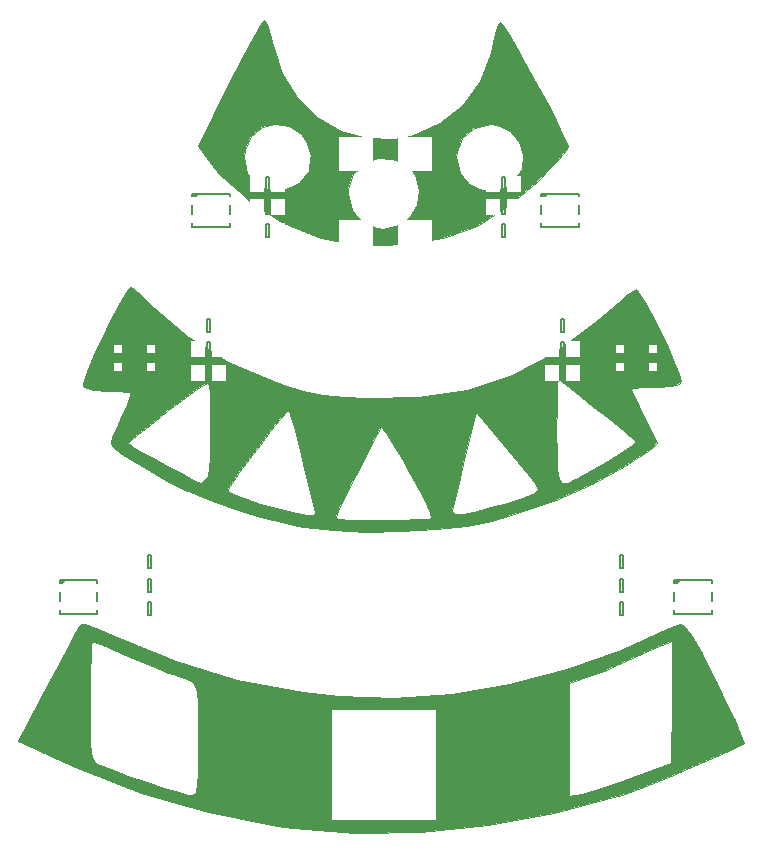
<source format=gto>
G04 #@! TF.FileFunction,Legend,Top*
%FSLAX46Y46*%
G04 Gerber Fmt 4.6, Leading zero omitted, Abs format (unit mm)*
G04 Created by KiCad (PCBNEW 4.0.0-rc1-stable) date 19/10/2016 22:39:26*
%MOMM*%
G01*
G04 APERTURE LIST*
%ADD10C,0.100000*%
%ADD11C,0.150000*%
%ADD12C,0.010000*%
%ADD13R,0.800000X0.800000*%
%ADD14R,1.150000X1.450000*%
%ADD15R,3.000000X3.000000*%
G04 APERTURE END LIST*
D10*
D11*
X32400000Y-147075000D02*
X32900000Y-146600000D01*
X32400000Y-146600000D02*
X32400000Y-146900000D01*
X32400000Y-146900000D02*
X32700000Y-146600000D01*
X32400000Y-148000000D02*
X32400000Y-146600000D01*
X32400000Y-146600000D02*
X35600000Y-146600000D01*
X35600000Y-146600000D02*
X35600000Y-149400000D01*
X35600000Y-149400000D02*
X32400000Y-149400000D01*
X32400000Y-149400000D02*
X32400000Y-148000000D01*
X79650000Y-126825000D02*
X80150000Y-126350000D01*
X79650000Y-126350000D02*
X79650000Y-126650000D01*
X79650000Y-126650000D02*
X79950000Y-126350000D01*
X79650000Y-127750000D02*
X79650000Y-126350000D01*
X79650000Y-126350000D02*
X82850000Y-126350000D01*
X82850000Y-126350000D02*
X82850000Y-129150000D01*
X82850000Y-129150000D02*
X79650000Y-129150000D01*
X79650000Y-129150000D02*
X79650000Y-127750000D01*
X43650000Y-114325000D02*
X44150000Y-113850000D01*
X43650000Y-113850000D02*
X43650000Y-114150000D01*
X43650000Y-114150000D02*
X43950000Y-113850000D01*
X43650000Y-115250000D02*
X43650000Y-113850000D01*
X43650000Y-113850000D02*
X46850000Y-113850000D01*
X46850000Y-113850000D02*
X46850000Y-116650000D01*
X46850000Y-116650000D02*
X43650000Y-116650000D01*
X43650000Y-116650000D02*
X43650000Y-115250000D01*
X84400000Y-147075000D02*
X84900000Y-146600000D01*
X84400000Y-146600000D02*
X84400000Y-146900000D01*
X84400000Y-146900000D02*
X84700000Y-146600000D01*
X84400000Y-148000000D02*
X84400000Y-146600000D01*
X84400000Y-146600000D02*
X87600000Y-146600000D01*
X87600000Y-146600000D02*
X87600000Y-149400000D01*
X87600000Y-149400000D02*
X84400000Y-149400000D01*
X84400000Y-149400000D02*
X84400000Y-148000000D01*
X37150000Y-126825000D02*
X37650000Y-126350000D01*
X37150000Y-126350000D02*
X37150000Y-126650000D01*
X37150000Y-126650000D02*
X37450000Y-126350000D01*
X37150000Y-127750000D02*
X37150000Y-126350000D01*
X37150000Y-126350000D02*
X40350000Y-126350000D01*
X40350000Y-126350000D02*
X40350000Y-129150000D01*
X40350000Y-129150000D02*
X37150000Y-129150000D01*
X37150000Y-129150000D02*
X37150000Y-127750000D01*
X73150000Y-114325000D02*
X73650000Y-113850000D01*
X73150000Y-113850000D02*
X73150000Y-114150000D01*
X73150000Y-114150000D02*
X73450000Y-113850000D01*
X73150000Y-115250000D02*
X73150000Y-113850000D01*
X73150000Y-113850000D02*
X76350000Y-113850000D01*
X76350000Y-113850000D02*
X76350000Y-116650000D01*
X76350000Y-116650000D02*
X73150000Y-116650000D01*
X73150000Y-116650000D02*
X73150000Y-115250000D01*
X39875000Y-144450000D02*
X40125000Y-144450000D01*
X40125000Y-144450000D02*
X40125000Y-145550000D01*
X40125000Y-145550000D02*
X39875000Y-145550000D01*
X39875000Y-145550000D02*
X39875000Y-144450000D01*
X75125000Y-127550000D02*
X74875000Y-127550000D01*
X74875000Y-127550000D02*
X74875000Y-126450000D01*
X74875000Y-126450000D02*
X75125000Y-126450000D01*
X75125000Y-126450000D02*
X75125000Y-127550000D01*
X39875000Y-146450000D02*
X40125000Y-146450000D01*
X40125000Y-146450000D02*
X40125000Y-147550000D01*
X40125000Y-147550000D02*
X39875000Y-147550000D01*
X39875000Y-147550000D02*
X39875000Y-146450000D01*
X75125000Y-125550000D02*
X74875000Y-125550000D01*
X74875000Y-125550000D02*
X74875000Y-124450000D01*
X74875000Y-124450000D02*
X75125000Y-124450000D01*
X75125000Y-124450000D02*
X75125000Y-125550000D01*
X39875000Y-148450000D02*
X40125000Y-148450000D01*
X40125000Y-148450000D02*
X40125000Y-149550000D01*
X40125000Y-149550000D02*
X39875000Y-149550000D01*
X39875000Y-149550000D02*
X39875000Y-148450000D01*
X75125000Y-129550000D02*
X74875000Y-129550000D01*
X74875000Y-129550000D02*
X74875000Y-128450000D01*
X74875000Y-128450000D02*
X75125000Y-128450000D01*
X75125000Y-128450000D02*
X75125000Y-129550000D01*
X49875000Y-112450000D02*
X50125000Y-112450000D01*
X50125000Y-112450000D02*
X50125000Y-113550000D01*
X50125000Y-113550000D02*
X49875000Y-113550000D01*
X49875000Y-113550000D02*
X49875000Y-112450000D01*
X49875000Y-114450000D02*
X50125000Y-114450000D01*
X50125000Y-114450000D02*
X50125000Y-115550000D01*
X50125000Y-115550000D02*
X49875000Y-115550000D01*
X49875000Y-115550000D02*
X49875000Y-114450000D01*
X49875000Y-116450000D02*
X50125000Y-116450000D01*
X50125000Y-116450000D02*
X50125000Y-117550000D01*
X50125000Y-117550000D02*
X49875000Y-117550000D01*
X49875000Y-117550000D02*
X49875000Y-116450000D01*
X80125000Y-147550000D02*
X79875000Y-147550000D01*
X79875000Y-147550000D02*
X79875000Y-146450000D01*
X79875000Y-146450000D02*
X80125000Y-146450000D01*
X80125000Y-146450000D02*
X80125000Y-147550000D01*
X44875000Y-126450000D02*
X45125000Y-126450000D01*
X45125000Y-126450000D02*
X45125000Y-127550000D01*
X45125000Y-127550000D02*
X44875000Y-127550000D01*
X44875000Y-127550000D02*
X44875000Y-126450000D01*
X80125000Y-145550000D02*
X79875000Y-145550000D01*
X79875000Y-145550000D02*
X79875000Y-144450000D01*
X79875000Y-144450000D02*
X80125000Y-144450000D01*
X80125000Y-144450000D02*
X80125000Y-145550000D01*
X44875000Y-124450000D02*
X45125000Y-124450000D01*
X45125000Y-124450000D02*
X45125000Y-125550000D01*
X45125000Y-125550000D02*
X44875000Y-125550000D01*
X44875000Y-125550000D02*
X44875000Y-124450000D01*
X80125000Y-149550000D02*
X79875000Y-149550000D01*
X79875000Y-149550000D02*
X79875000Y-148450000D01*
X79875000Y-148450000D02*
X80125000Y-148450000D01*
X80125000Y-148450000D02*
X80125000Y-149550000D01*
X44875000Y-128450000D02*
X45125000Y-128450000D01*
X45125000Y-128450000D02*
X45125000Y-129550000D01*
X45125000Y-129550000D02*
X44875000Y-129550000D01*
X44875000Y-129550000D02*
X44875000Y-128450000D01*
X70125000Y-115550000D02*
X69875000Y-115550000D01*
X69875000Y-115550000D02*
X69875000Y-114450000D01*
X69875000Y-114450000D02*
X70125000Y-114450000D01*
X70125000Y-114450000D02*
X70125000Y-115550000D01*
X70125000Y-113550000D02*
X69875000Y-113550000D01*
X69875000Y-113550000D02*
X69875000Y-112450000D01*
X69875000Y-112450000D02*
X70125000Y-112450000D01*
X70125000Y-112450000D02*
X70125000Y-113550000D01*
X70125000Y-117550000D02*
X69875000Y-117550000D01*
X69875000Y-117550000D02*
X69875000Y-116450000D01*
X69875000Y-116450000D02*
X70125000Y-116450000D01*
X70125000Y-116450000D02*
X70125000Y-117550000D01*
D12*
G36*
X34589986Y-150313925D02*
X35466124Y-150612613D01*
X36658462Y-151112526D01*
X37245833Y-151383003D01*
X42259311Y-153452472D01*
X47461035Y-154988718D01*
X52996209Y-156030349D01*
X56086473Y-156392392D01*
X60704656Y-156548581D01*
X65585484Y-156199166D01*
X70539100Y-155379884D01*
X70772235Y-155319466D01*
X75522222Y-155319466D01*
X75522222Y-164864633D01*
X76668750Y-164646659D01*
X77506597Y-164425622D01*
X78782937Y-164017694D01*
X80279694Y-163494296D01*
X80990278Y-163231366D01*
X84165278Y-162034046D01*
X84262903Y-156883689D01*
X84287685Y-155068764D01*
X84290300Y-153534127D01*
X84271986Y-152403330D01*
X84233979Y-151799921D01*
X84211324Y-151733333D01*
X83843593Y-151870380D01*
X82998243Y-152234593D01*
X81837394Y-152755578D01*
X81467865Y-152924567D01*
X79967073Y-153591703D01*
X78461427Y-154225189D01*
X77261243Y-154694715D01*
X77197916Y-154717633D01*
X75522222Y-155319466D01*
X70772235Y-155319466D01*
X75375645Y-154126474D01*
X79905264Y-152474672D01*
X81979821Y-151518432D01*
X83220845Y-150938312D01*
X84276576Y-150513232D01*
X84941194Y-150325023D01*
X84988497Y-150322222D01*
X85365360Y-150560771D01*
X85918219Y-151305803D01*
X86674372Y-152601389D01*
X87661117Y-154491604D01*
X88039424Y-155248187D01*
X88865505Y-156944504D01*
X89550481Y-158410111D01*
X90044612Y-159533697D01*
X90298152Y-160203948D01*
X90315355Y-160341125D01*
X89845375Y-160623088D01*
X88855980Y-161101661D01*
X87485561Y-161718299D01*
X85872505Y-162414458D01*
X84155203Y-163131595D01*
X82472043Y-163811165D01*
X80961415Y-164394624D01*
X79761708Y-164823428D01*
X79579166Y-164882958D01*
X74255935Y-166310420D01*
X68673751Y-167307539D01*
X63010938Y-167858839D01*
X57445817Y-167948843D01*
X52156711Y-167562073D01*
X50827778Y-167378298D01*
X44969034Y-166230503D01*
X39330994Y-164594149D01*
X33691355Y-162401518D01*
X32013242Y-161647043D01*
X28897318Y-160205523D01*
X30664805Y-156810867D01*
X34952778Y-156810867D01*
X34961204Y-158821950D01*
X34995024Y-160238158D01*
X35067047Y-161170061D01*
X35190082Y-161728228D01*
X35376939Y-162023228D01*
X35570139Y-162139707D01*
X36766682Y-162601440D01*
X38221410Y-163125876D01*
X39767886Y-163657685D01*
X41239675Y-164141538D01*
X42470340Y-164522103D01*
X43293445Y-164744051D01*
X43507639Y-164778454D01*
X43758190Y-164720927D01*
X43930538Y-164468342D01*
X44039015Y-163911645D01*
X44097949Y-162941787D01*
X44121671Y-161449713D01*
X44125000Y-160080237D01*
X44121372Y-158181015D01*
X44107973Y-157478571D01*
X55413889Y-157478571D01*
X55413889Y-166902777D01*
X64233333Y-166902777D01*
X64233333Y-157478571D01*
X55413889Y-157478571D01*
X44107973Y-157478571D01*
X44096289Y-156866094D01*
X44028451Y-156014222D01*
X43896560Y-155504145D01*
X43679315Y-155214608D01*
X43355418Y-155024360D01*
X43226456Y-154964959D01*
X42449556Y-154661524D01*
X41992217Y-154555555D01*
X41543844Y-154418464D01*
X40612181Y-154049868D01*
X39354620Y-153513779D01*
X38522639Y-153144444D01*
X37162400Y-152541433D01*
X36052112Y-152066975D01*
X35342235Y-151784412D01*
X35170767Y-151733333D01*
X35093428Y-152065347D01*
X35028164Y-152978401D01*
X34980320Y-154348009D01*
X34955240Y-156049688D01*
X34952778Y-156810867D01*
X30664805Y-156810867D01*
X31424355Y-155352067D01*
X32309772Y-153665589D01*
X33090980Y-152203983D01*
X33706265Y-151080675D01*
X34093916Y-150409088D01*
X34187501Y-150273579D01*
X34589986Y-150313925D01*
X34589986Y-150313925D01*
G37*
X34589986Y-150313925D02*
X35466124Y-150612613D01*
X36658462Y-151112526D01*
X37245833Y-151383003D01*
X42259311Y-153452472D01*
X47461035Y-154988718D01*
X52996209Y-156030349D01*
X56086473Y-156392392D01*
X60704656Y-156548581D01*
X65585484Y-156199166D01*
X70539100Y-155379884D01*
X70772235Y-155319466D01*
X75522222Y-155319466D01*
X75522222Y-164864633D01*
X76668750Y-164646659D01*
X77506597Y-164425622D01*
X78782937Y-164017694D01*
X80279694Y-163494296D01*
X80990278Y-163231366D01*
X84165278Y-162034046D01*
X84262903Y-156883689D01*
X84287685Y-155068764D01*
X84290300Y-153534127D01*
X84271986Y-152403330D01*
X84233979Y-151799921D01*
X84211324Y-151733333D01*
X83843593Y-151870380D01*
X82998243Y-152234593D01*
X81837394Y-152755578D01*
X81467865Y-152924567D01*
X79967073Y-153591703D01*
X78461427Y-154225189D01*
X77261243Y-154694715D01*
X77197916Y-154717633D01*
X75522222Y-155319466D01*
X70772235Y-155319466D01*
X75375645Y-154126474D01*
X79905264Y-152474672D01*
X81979821Y-151518432D01*
X83220845Y-150938312D01*
X84276576Y-150513232D01*
X84941194Y-150325023D01*
X84988497Y-150322222D01*
X85365360Y-150560771D01*
X85918219Y-151305803D01*
X86674372Y-152601389D01*
X87661117Y-154491604D01*
X88039424Y-155248187D01*
X88865505Y-156944504D01*
X89550481Y-158410111D01*
X90044612Y-159533697D01*
X90298152Y-160203948D01*
X90315355Y-160341125D01*
X89845375Y-160623088D01*
X88855980Y-161101661D01*
X87485561Y-161718299D01*
X85872505Y-162414458D01*
X84155203Y-163131595D01*
X82472043Y-163811165D01*
X80961415Y-164394624D01*
X79761708Y-164823428D01*
X79579166Y-164882958D01*
X74255935Y-166310420D01*
X68673751Y-167307539D01*
X63010938Y-167858839D01*
X57445817Y-167948843D01*
X52156711Y-167562073D01*
X50827778Y-167378298D01*
X44969034Y-166230503D01*
X39330994Y-164594149D01*
X33691355Y-162401518D01*
X32013242Y-161647043D01*
X28897318Y-160205523D01*
X30664805Y-156810867D01*
X34952778Y-156810867D01*
X34961204Y-158821950D01*
X34995024Y-160238158D01*
X35067047Y-161170061D01*
X35190082Y-161728228D01*
X35376939Y-162023228D01*
X35570139Y-162139707D01*
X36766682Y-162601440D01*
X38221410Y-163125876D01*
X39767886Y-163657685D01*
X41239675Y-164141538D01*
X42470340Y-164522103D01*
X43293445Y-164744051D01*
X43507639Y-164778454D01*
X43758190Y-164720927D01*
X43930538Y-164468342D01*
X44039015Y-163911645D01*
X44097949Y-162941787D01*
X44121671Y-161449713D01*
X44125000Y-160080237D01*
X44121372Y-158181015D01*
X44107973Y-157478571D01*
X55413889Y-157478571D01*
X55413889Y-166902777D01*
X64233333Y-166902777D01*
X64233333Y-157478571D01*
X55413889Y-157478571D01*
X44107973Y-157478571D01*
X44096289Y-156866094D01*
X44028451Y-156014222D01*
X43896560Y-155504145D01*
X43679315Y-155214608D01*
X43355418Y-155024360D01*
X43226456Y-154964959D01*
X42449556Y-154661524D01*
X41992217Y-154555555D01*
X41543844Y-154418464D01*
X40612181Y-154049868D01*
X39354620Y-153513779D01*
X38522639Y-153144444D01*
X37162400Y-152541433D01*
X36052112Y-152066975D01*
X35342235Y-151784412D01*
X35170767Y-151733333D01*
X35093428Y-152065347D01*
X35028164Y-152978401D01*
X34980320Y-154348009D01*
X34955240Y-156049688D01*
X34952778Y-156810867D01*
X30664805Y-156810867D01*
X31424355Y-155352067D01*
X32309772Y-153665589D01*
X33090980Y-152203983D01*
X33706265Y-151080675D01*
X34093916Y-150409088D01*
X34187501Y-150273579D01*
X34589986Y-150313925D01*
G36*
X38781009Y-121982278D02*
X39475888Y-122595563D01*
X40259188Y-123368222D01*
X43215721Y-125942753D01*
X46681017Y-128085035D01*
X50694232Y-129818574D01*
X51425480Y-130071538D01*
X53037949Y-130545549D01*
X54669537Y-130865656D01*
X56565742Y-131070697D01*
X58412500Y-131176870D01*
X62850152Y-131103940D01*
X66914380Y-130462563D01*
X70686032Y-129224150D01*
X74245957Y-127360110D01*
X77675003Y-124841852D01*
X78596428Y-124039271D01*
X79668588Y-123099863D01*
X80550256Y-122374623D01*
X81107867Y-121971338D01*
X81218049Y-121923611D01*
X81474140Y-122220850D01*
X81942323Y-123011887D01*
X82548304Y-124145705D01*
X83217785Y-125471283D01*
X83876471Y-126837604D01*
X84450064Y-128093648D01*
X84864269Y-129088397D01*
X85044788Y-129670832D01*
X85047222Y-129706990D01*
X84862810Y-130004888D01*
X84228276Y-130164074D01*
X83021674Y-130213752D01*
X82930555Y-130213888D01*
X81814040Y-130242127D01*
X81047047Y-130315524D01*
X80813889Y-130400337D01*
X80961502Y-130785815D01*
X81349118Y-131620505D01*
X81893903Y-132726256D01*
X81912586Y-132763293D01*
X83011283Y-134939799D01*
X82194099Y-135601515D01*
X80116431Y-137029699D01*
X77480790Y-138436354D01*
X74433370Y-139755706D01*
X71120364Y-140921977D01*
X68995833Y-141539664D01*
X66859046Y-141965176D01*
X64237078Y-142263642D01*
X61339795Y-142429329D01*
X58377063Y-142456506D01*
X55558749Y-142339443D01*
X53094720Y-142072409D01*
X52591666Y-141987621D01*
X50443180Y-141496906D01*
X49740132Y-141290850D01*
X55766666Y-141290850D01*
X56096210Y-141374287D01*
X56992002Y-141442259D01*
X58314782Y-141487492D01*
X59823611Y-141502777D01*
X61420848Y-141484977D01*
X62722047Y-141436592D01*
X63587949Y-141365143D01*
X63880555Y-141283644D01*
X63723957Y-140805854D01*
X63681835Y-140715748D01*
X65658463Y-140715748D01*
X65714237Y-140926048D01*
X65966337Y-141014463D01*
X66516929Y-140965779D01*
X67468179Y-140764780D01*
X68922251Y-140396253D01*
X70335818Y-140019196D01*
X71831241Y-139568408D01*
X72676641Y-139190018D01*
X72921083Y-138861104D01*
X72909749Y-138816670D01*
X72619907Y-138372573D01*
X71970538Y-137523750D01*
X71063215Y-136399511D01*
X70181339Y-135343182D01*
X68974140Y-133918055D01*
X74463889Y-133918055D01*
X74478352Y-135865780D01*
X74545463Y-137194583D01*
X74700801Y-137990890D01*
X74979946Y-138341127D01*
X75418477Y-138331722D01*
X76051976Y-138049100D01*
X76144370Y-138000082D01*
X77518579Y-137238181D01*
X78845846Y-136456482D01*
X79987730Y-135741993D01*
X80805790Y-135181725D01*
X81161586Y-134862684D01*
X81166666Y-134843617D01*
X80904248Y-134528173D01*
X80203369Y-133906381D01*
X79193593Y-133090410D01*
X78720521Y-132725885D01*
X77498669Y-131787402D01*
X76406401Y-130931541D01*
X75632677Y-130306859D01*
X75491543Y-130187281D01*
X74895661Y-129702495D01*
X74586299Y-129508333D01*
X74539926Y-129838840D01*
X74501613Y-130741306D01*
X74475069Y-132082147D01*
X74464002Y-133727780D01*
X74463889Y-133918055D01*
X68974140Y-133918055D01*
X67630094Y-132331377D01*
X66651288Y-136299716D01*
X66261792Y-137911103D01*
X65943225Y-139290282D01*
X65730532Y-140281821D01*
X65658463Y-140715748D01*
X63681835Y-140715748D01*
X63306224Y-139912270D01*
X62705447Y-138743029D01*
X61999719Y-137438268D01*
X61267132Y-136138123D01*
X60585777Y-134982731D01*
X60033748Y-134112228D01*
X59689135Y-133666750D01*
X59622422Y-133642407D01*
X59366806Y-134053675D01*
X58890408Y-134930118D01*
X58271287Y-136116897D01*
X57587502Y-137459170D01*
X56917110Y-138802097D01*
X56338172Y-139990838D01*
X55928745Y-140870551D01*
X55766889Y-141286396D01*
X55766666Y-141290850D01*
X49740132Y-141290850D01*
X48020610Y-140786877D01*
X45559902Y-139939446D01*
X43296999Y-139036526D01*
X43193260Y-138986816D01*
X46594444Y-138986816D01*
X46907885Y-139218824D01*
X47736949Y-139562308D01*
X48914754Y-139949890D01*
X49152083Y-140019474D01*
X51102995Y-140568535D01*
X52472215Y-140918702D01*
X53350042Y-141086115D01*
X53826773Y-141086914D01*
X53992706Y-140937241D01*
X53996462Y-140885416D01*
X53913214Y-140428871D01*
X53697405Y-139472734D01*
X53388958Y-138177415D01*
X53027800Y-136703327D01*
X52653856Y-135210880D01*
X52307049Y-133860487D01*
X52027306Y-132812559D01*
X51854551Y-132227508D01*
X51824599Y-132159250D01*
X51576645Y-132369515D01*
X51014383Y-133020610D01*
X50237680Y-133982168D01*
X49346402Y-135123820D01*
X48440416Y-136315197D01*
X47619588Y-137425932D01*
X46983786Y-138325656D01*
X46632876Y-138884001D01*
X46594444Y-138986816D01*
X43193260Y-138986816D01*
X41467846Y-138160030D01*
X41302778Y-138068478D01*
X39222883Y-136859614D01*
X37775249Y-135938486D01*
X36950722Y-135298899D01*
X36736296Y-134981279D01*
X38191464Y-134981279D01*
X38631491Y-135285568D01*
X39503728Y-135802921D01*
X40636499Y-136440150D01*
X41858125Y-137104068D01*
X42996929Y-137701487D01*
X43881233Y-138139220D01*
X44339359Y-138324081D01*
X44351840Y-138325154D01*
X44811507Y-138043728D01*
X44969201Y-137769758D01*
X45065960Y-137191544D01*
X45132717Y-136154238D01*
X45169893Y-134829016D01*
X45177908Y-133387053D01*
X45157183Y-131999527D01*
X45108140Y-130837614D01*
X45031198Y-130072491D01*
X44949758Y-129861111D01*
X44584600Y-130056724D01*
X43819800Y-130577057D01*
X42787036Y-131322350D01*
X41617986Y-132192841D01*
X40444328Y-133088770D01*
X39397738Y-133910376D01*
X38609896Y-134557899D01*
X38212478Y-134931578D01*
X38191464Y-134981279D01*
X36736296Y-134981279D01*
X36732994Y-134976388D01*
X36867567Y-134486117D01*
X37225545Y-133581697D01*
X37602057Y-132736498D01*
X38071682Y-131705650D01*
X38390449Y-130963760D01*
X38480555Y-130708025D01*
X38161286Y-130630779D01*
X37337333Y-130579435D01*
X36529206Y-130566666D01*
X35200416Y-130485633D01*
X34505220Y-130234281D01*
X34389879Y-130076806D01*
X34471529Y-129611924D01*
X34812211Y-128689316D01*
X35340560Y-127456848D01*
X35985210Y-126062384D01*
X36674796Y-124653791D01*
X37337951Y-123378936D01*
X37903311Y-122385682D01*
X38299509Y-121821897D01*
X38410051Y-121747222D01*
X38781009Y-121982278D01*
X38781009Y-121982278D01*
G37*
X38781009Y-121982278D02*
X39475888Y-122595563D01*
X40259188Y-123368222D01*
X43215721Y-125942753D01*
X46681017Y-128085035D01*
X50694232Y-129818574D01*
X51425480Y-130071538D01*
X53037949Y-130545549D01*
X54669537Y-130865656D01*
X56565742Y-131070697D01*
X58412500Y-131176870D01*
X62850152Y-131103940D01*
X66914380Y-130462563D01*
X70686032Y-129224150D01*
X74245957Y-127360110D01*
X77675003Y-124841852D01*
X78596428Y-124039271D01*
X79668588Y-123099863D01*
X80550256Y-122374623D01*
X81107867Y-121971338D01*
X81218049Y-121923611D01*
X81474140Y-122220850D01*
X81942323Y-123011887D01*
X82548304Y-124145705D01*
X83217785Y-125471283D01*
X83876471Y-126837604D01*
X84450064Y-128093648D01*
X84864269Y-129088397D01*
X85044788Y-129670832D01*
X85047222Y-129706990D01*
X84862810Y-130004888D01*
X84228276Y-130164074D01*
X83021674Y-130213752D01*
X82930555Y-130213888D01*
X81814040Y-130242127D01*
X81047047Y-130315524D01*
X80813889Y-130400337D01*
X80961502Y-130785815D01*
X81349118Y-131620505D01*
X81893903Y-132726256D01*
X81912586Y-132763293D01*
X83011283Y-134939799D01*
X82194099Y-135601515D01*
X80116431Y-137029699D01*
X77480790Y-138436354D01*
X74433370Y-139755706D01*
X71120364Y-140921977D01*
X68995833Y-141539664D01*
X66859046Y-141965176D01*
X64237078Y-142263642D01*
X61339795Y-142429329D01*
X58377063Y-142456506D01*
X55558749Y-142339443D01*
X53094720Y-142072409D01*
X52591666Y-141987621D01*
X50443180Y-141496906D01*
X49740132Y-141290850D01*
X55766666Y-141290850D01*
X56096210Y-141374287D01*
X56992002Y-141442259D01*
X58314782Y-141487492D01*
X59823611Y-141502777D01*
X61420848Y-141484977D01*
X62722047Y-141436592D01*
X63587949Y-141365143D01*
X63880555Y-141283644D01*
X63723957Y-140805854D01*
X63681835Y-140715748D01*
X65658463Y-140715748D01*
X65714237Y-140926048D01*
X65966337Y-141014463D01*
X66516929Y-140965779D01*
X67468179Y-140764780D01*
X68922251Y-140396253D01*
X70335818Y-140019196D01*
X71831241Y-139568408D01*
X72676641Y-139190018D01*
X72921083Y-138861104D01*
X72909749Y-138816670D01*
X72619907Y-138372573D01*
X71970538Y-137523750D01*
X71063215Y-136399511D01*
X70181339Y-135343182D01*
X68974140Y-133918055D01*
X74463889Y-133918055D01*
X74478352Y-135865780D01*
X74545463Y-137194583D01*
X74700801Y-137990890D01*
X74979946Y-138341127D01*
X75418477Y-138331722D01*
X76051976Y-138049100D01*
X76144370Y-138000082D01*
X77518579Y-137238181D01*
X78845846Y-136456482D01*
X79987730Y-135741993D01*
X80805790Y-135181725D01*
X81161586Y-134862684D01*
X81166666Y-134843617D01*
X80904248Y-134528173D01*
X80203369Y-133906381D01*
X79193593Y-133090410D01*
X78720521Y-132725885D01*
X77498669Y-131787402D01*
X76406401Y-130931541D01*
X75632677Y-130306859D01*
X75491543Y-130187281D01*
X74895661Y-129702495D01*
X74586299Y-129508333D01*
X74539926Y-129838840D01*
X74501613Y-130741306D01*
X74475069Y-132082147D01*
X74464002Y-133727780D01*
X74463889Y-133918055D01*
X68974140Y-133918055D01*
X67630094Y-132331377D01*
X66651288Y-136299716D01*
X66261792Y-137911103D01*
X65943225Y-139290282D01*
X65730532Y-140281821D01*
X65658463Y-140715748D01*
X63681835Y-140715748D01*
X63306224Y-139912270D01*
X62705447Y-138743029D01*
X61999719Y-137438268D01*
X61267132Y-136138123D01*
X60585777Y-134982731D01*
X60033748Y-134112228D01*
X59689135Y-133666750D01*
X59622422Y-133642407D01*
X59366806Y-134053675D01*
X58890408Y-134930118D01*
X58271287Y-136116897D01*
X57587502Y-137459170D01*
X56917110Y-138802097D01*
X56338172Y-139990838D01*
X55928745Y-140870551D01*
X55766889Y-141286396D01*
X55766666Y-141290850D01*
X49740132Y-141290850D01*
X48020610Y-140786877D01*
X45559902Y-139939446D01*
X43296999Y-139036526D01*
X43193260Y-138986816D01*
X46594444Y-138986816D01*
X46907885Y-139218824D01*
X47736949Y-139562308D01*
X48914754Y-139949890D01*
X49152083Y-140019474D01*
X51102995Y-140568535D01*
X52472215Y-140918702D01*
X53350042Y-141086115D01*
X53826773Y-141086914D01*
X53992706Y-140937241D01*
X53996462Y-140885416D01*
X53913214Y-140428871D01*
X53697405Y-139472734D01*
X53388958Y-138177415D01*
X53027800Y-136703327D01*
X52653856Y-135210880D01*
X52307049Y-133860487D01*
X52027306Y-132812559D01*
X51854551Y-132227508D01*
X51824599Y-132159250D01*
X51576645Y-132369515D01*
X51014383Y-133020610D01*
X50237680Y-133982168D01*
X49346402Y-135123820D01*
X48440416Y-136315197D01*
X47619588Y-137425932D01*
X46983786Y-138325656D01*
X46632876Y-138884001D01*
X46594444Y-138986816D01*
X43193260Y-138986816D01*
X41467846Y-138160030D01*
X41302778Y-138068478D01*
X39222883Y-136859614D01*
X37775249Y-135938486D01*
X36950722Y-135298899D01*
X36736296Y-134981279D01*
X38191464Y-134981279D01*
X38631491Y-135285568D01*
X39503728Y-135802921D01*
X40636499Y-136440150D01*
X41858125Y-137104068D01*
X42996929Y-137701487D01*
X43881233Y-138139220D01*
X44339359Y-138324081D01*
X44351840Y-138325154D01*
X44811507Y-138043728D01*
X44969201Y-137769758D01*
X45065960Y-137191544D01*
X45132717Y-136154238D01*
X45169893Y-134829016D01*
X45177908Y-133387053D01*
X45157183Y-131999527D01*
X45108140Y-130837614D01*
X45031198Y-130072491D01*
X44949758Y-129861111D01*
X44584600Y-130056724D01*
X43819800Y-130577057D01*
X42787036Y-131322350D01*
X41617986Y-132192841D01*
X40444328Y-133088770D01*
X39397738Y-133910376D01*
X38609896Y-134557899D01*
X38212478Y-134931578D01*
X38191464Y-134981279D01*
X36736296Y-134981279D01*
X36732994Y-134976388D01*
X36867567Y-134486117D01*
X37225545Y-133581697D01*
X37602057Y-132736498D01*
X38071682Y-131705650D01*
X38390449Y-130963760D01*
X38480555Y-130708025D01*
X38161286Y-130630779D01*
X37337333Y-130579435D01*
X36529206Y-130566666D01*
X35200416Y-130485633D01*
X34505220Y-130234281D01*
X34389879Y-130076806D01*
X34471529Y-129611924D01*
X34812211Y-128689316D01*
X35340560Y-127456848D01*
X35985210Y-126062384D01*
X36674796Y-124653791D01*
X37337951Y-123378936D01*
X37903311Y-122385682D01*
X38299509Y-121821897D01*
X38410051Y-121747222D01*
X38781009Y-121982278D01*
G36*
X49948398Y-99485912D02*
X50220660Y-100308784D01*
X50443341Y-101268253D01*
X51227239Y-103644398D01*
X52519835Y-105688076D01*
X54219995Y-107333012D01*
X56226581Y-108512931D01*
X58438456Y-109161557D01*
X60754485Y-109212616D01*
X62139174Y-108932608D01*
X64581994Y-107884640D01*
X66565008Y-106329054D01*
X68036307Y-104324914D01*
X68943980Y-101931283D01*
X69122598Y-100986802D01*
X69329640Y-100013256D01*
X69590034Y-99389725D01*
X69701550Y-99288555D01*
X69938671Y-99553977D01*
X70430477Y-100328058D01*
X71111385Y-101490777D01*
X71915814Y-102922113D01*
X72778180Y-104502046D01*
X73632900Y-106110557D01*
X74414391Y-107627623D01*
X75057072Y-108933226D01*
X75468592Y-109842596D01*
X75283015Y-110195457D01*
X74684917Y-110916025D01*
X73775637Y-111888519D01*
X72986207Y-112678693D01*
X70360277Y-114936403D01*
X67708691Y-116556069D01*
X64889652Y-117595581D01*
X61761363Y-118112825D01*
X59470833Y-118196285D01*
X56769088Y-118041941D01*
X54550952Y-117618996D01*
X54284187Y-117538299D01*
X51186821Y-116224316D01*
X48346811Y-114387905D01*
X47725033Y-113809722D01*
X56825000Y-113809722D01*
X57136966Y-115194756D01*
X57987120Y-116220562D01*
X59246850Y-116758528D01*
X59823611Y-116808333D01*
X61169528Y-116520448D01*
X61956313Y-115942424D01*
X62672739Y-114809320D01*
X62863158Y-113522186D01*
X62530846Y-112307717D01*
X61892702Y-111542271D01*
X60618612Y-110907100D01*
X59317118Y-110853253D01*
X58147666Y-111309390D01*
X57269703Y-112204168D01*
X56842677Y-113466245D01*
X56825000Y-113809722D01*
X47725033Y-113809722D01*
X45938816Y-112148744D01*
X45300340Y-111382526D01*
X44816638Y-110761673D01*
X48005555Y-110761673D01*
X48296001Y-112103076D01*
X49063785Y-113061646D01*
X50153580Y-113566865D01*
X51410060Y-113548219D01*
X52677897Y-112935192D01*
X52720480Y-112902173D01*
X53476360Y-111906890D01*
X53638859Y-110761673D01*
X65997222Y-110761673D01*
X66292141Y-112077474D01*
X67064348Y-113042054D01*
X68145017Y-113581817D01*
X69365325Y-113623170D01*
X70556447Y-113092519D01*
X70825180Y-112866283D01*
X71530484Y-111794035D01*
X71668870Y-110597757D01*
X71311425Y-109454681D01*
X70529237Y-108542038D01*
X69393390Y-108037061D01*
X68868882Y-107988888D01*
X67492736Y-108285867D01*
X66507020Y-109103238D01*
X66026018Y-110330651D01*
X65997222Y-110761673D01*
X53638859Y-110761673D01*
X53649830Y-110684357D01*
X53236242Y-109412294D01*
X52826846Y-108835148D01*
X51796963Y-108087552D01*
X50636354Y-107909886D01*
X49515475Y-108234039D01*
X48604781Y-108991899D01*
X48074727Y-110115354D01*
X48005555Y-110761673D01*
X44816638Y-110761673D01*
X44085379Y-109823070D01*
X46753231Y-104496257D01*
X47650705Y-102738533D01*
X48456096Y-101225253D01*
X49111622Y-100059963D01*
X49559503Y-99346206D01*
X49725754Y-99169444D01*
X49948398Y-99485912D01*
X49948398Y-99485912D01*
G37*
X49948398Y-99485912D02*
X50220660Y-100308784D01*
X50443341Y-101268253D01*
X51227239Y-103644398D01*
X52519835Y-105688076D01*
X54219995Y-107333012D01*
X56226581Y-108512931D01*
X58438456Y-109161557D01*
X60754485Y-109212616D01*
X62139174Y-108932608D01*
X64581994Y-107884640D01*
X66565008Y-106329054D01*
X68036307Y-104324914D01*
X68943980Y-101931283D01*
X69122598Y-100986802D01*
X69329640Y-100013256D01*
X69590034Y-99389725D01*
X69701550Y-99288555D01*
X69938671Y-99553977D01*
X70430477Y-100328058D01*
X71111385Y-101490777D01*
X71915814Y-102922113D01*
X72778180Y-104502046D01*
X73632900Y-106110557D01*
X74414391Y-107627623D01*
X75057072Y-108933226D01*
X75468592Y-109842596D01*
X75283015Y-110195457D01*
X74684917Y-110916025D01*
X73775637Y-111888519D01*
X72986207Y-112678693D01*
X70360277Y-114936403D01*
X67708691Y-116556069D01*
X64889652Y-117595581D01*
X61761363Y-118112825D01*
X59470833Y-118196285D01*
X56769088Y-118041941D01*
X54550952Y-117618996D01*
X54284187Y-117538299D01*
X51186821Y-116224316D01*
X48346811Y-114387905D01*
X47725033Y-113809722D01*
X56825000Y-113809722D01*
X57136966Y-115194756D01*
X57987120Y-116220562D01*
X59246850Y-116758528D01*
X59823611Y-116808333D01*
X61169528Y-116520448D01*
X61956313Y-115942424D01*
X62672739Y-114809320D01*
X62863158Y-113522186D01*
X62530846Y-112307717D01*
X61892702Y-111542271D01*
X60618612Y-110907100D01*
X59317118Y-110853253D01*
X58147666Y-111309390D01*
X57269703Y-112204168D01*
X56842677Y-113466245D01*
X56825000Y-113809722D01*
X47725033Y-113809722D01*
X45938816Y-112148744D01*
X45300340Y-111382526D01*
X44816638Y-110761673D01*
X48005555Y-110761673D01*
X48296001Y-112103076D01*
X49063785Y-113061646D01*
X50153580Y-113566865D01*
X51410060Y-113548219D01*
X52677897Y-112935192D01*
X52720480Y-112902173D01*
X53476360Y-111906890D01*
X53638859Y-110761673D01*
X65997222Y-110761673D01*
X66292141Y-112077474D01*
X67064348Y-113042054D01*
X68145017Y-113581817D01*
X69365325Y-113623170D01*
X70556447Y-113092519D01*
X70825180Y-112866283D01*
X71530484Y-111794035D01*
X71668870Y-110597757D01*
X71311425Y-109454681D01*
X70529237Y-108542038D01*
X69393390Y-108037061D01*
X68868882Y-107988888D01*
X67492736Y-108285867D01*
X66507020Y-109103238D01*
X66026018Y-110330651D01*
X65997222Y-110761673D01*
X53638859Y-110761673D01*
X53649830Y-110684357D01*
X53236242Y-109412294D01*
X52826846Y-108835148D01*
X51796963Y-108087552D01*
X50636354Y-107909886D01*
X49515475Y-108234039D01*
X48604781Y-108991899D01*
X48074727Y-110115354D01*
X48005555Y-110761673D01*
X44816638Y-110761673D01*
X44085379Y-109823070D01*
X46753231Y-104496257D01*
X47650705Y-102738533D01*
X48456096Y-101225253D01*
X49111622Y-100059963D01*
X49559503Y-99346206D01*
X49725754Y-99169444D01*
X49948398Y-99485912D01*
%LPC*%
D13*
X35375000Y-147250000D03*
X32625000Y-147250000D03*
X32625000Y-148750000D03*
X35375000Y-148750000D03*
X82625000Y-127000000D03*
X79875000Y-127000000D03*
X79875000Y-128500000D03*
X82625000Y-128500000D03*
X46625000Y-114500000D03*
X43875000Y-114500000D03*
X43875000Y-116000000D03*
X46625000Y-116000000D03*
X87375000Y-147250000D03*
X84625000Y-147250000D03*
X84625000Y-148750000D03*
X87375000Y-148750000D03*
X40125000Y-127000000D03*
X37375000Y-127000000D03*
X37375000Y-128500000D03*
X40125000Y-128500000D03*
X76125000Y-114500000D03*
X73375000Y-114500000D03*
X73375000Y-116000000D03*
X76125000Y-116000000D03*
D14*
X39100000Y-145000000D03*
X40900000Y-145000000D03*
X75900000Y-127000000D03*
X74100000Y-127000000D03*
X39100000Y-147000000D03*
X40900000Y-147000000D03*
X75900000Y-125000000D03*
X74100000Y-125000000D03*
X39100000Y-149000000D03*
X40900000Y-149000000D03*
X75900000Y-129000000D03*
X74100000Y-129000000D03*
X49100000Y-113000000D03*
X50900000Y-113000000D03*
X49100000Y-115000000D03*
X50900000Y-115000000D03*
X49100000Y-117000000D03*
X50900000Y-117000000D03*
X80900000Y-147000000D03*
X79100000Y-147000000D03*
X44100000Y-127000000D03*
X45900000Y-127000000D03*
X80900000Y-145000000D03*
X79100000Y-145000000D03*
X44100000Y-125000000D03*
X45900000Y-125000000D03*
X80900000Y-149000000D03*
X79100000Y-149000000D03*
X44100000Y-129000000D03*
X45900000Y-129000000D03*
X70900000Y-115000000D03*
X69100000Y-115000000D03*
X70900000Y-113000000D03*
X69100000Y-113000000D03*
X70900000Y-117000000D03*
X69100000Y-117000000D03*
D15*
X62500000Y-103500000D03*
X62500000Y-110500000D03*
X62500000Y-117500000D03*
X62500000Y-124500000D03*
X57500000Y-124500000D03*
X57500000Y-117500000D03*
X57500000Y-110500000D03*
X57500000Y-103500000D03*
M02*

</source>
